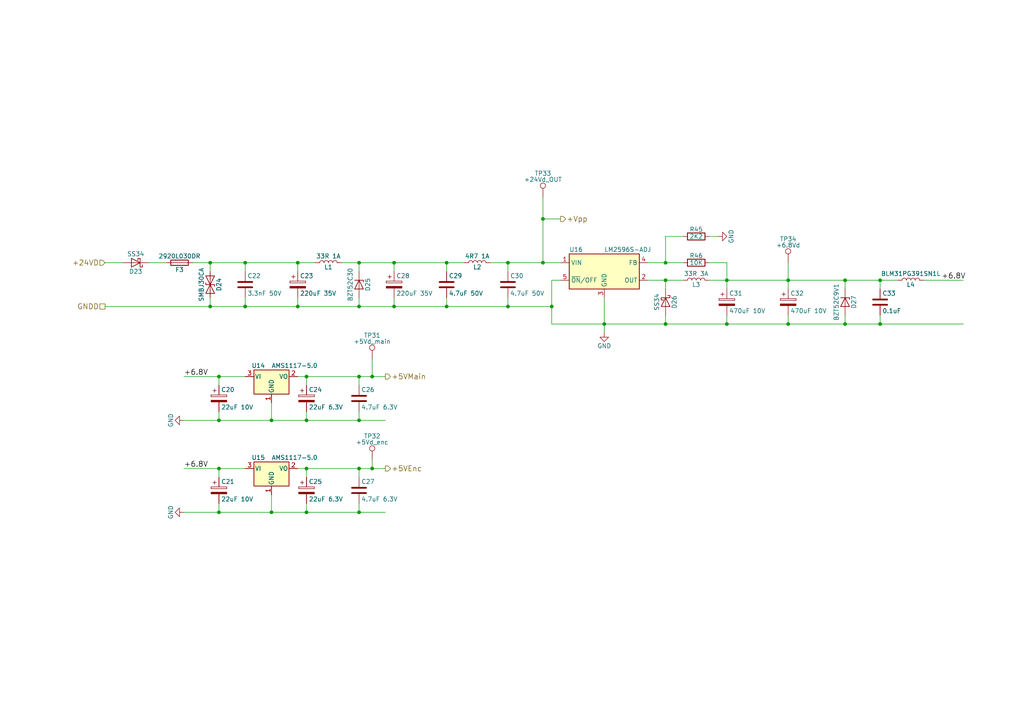
<source format=kicad_sch>
(kicad_sch (version 20211123) (generator eeschema)
  (paper "A4")
  (lib_symbols
    (symbol "4hbd-base-rescue:1N5822" (pin_numbers hide) (pin_names (offset 1.016) hide)
      (property "Reference" "D" (at 0 2.54 0))
      (property "Value" "1N5822" (at 0 -2.54 0))
      (symbol "1N5822_0_1"
        (polyline (pts (xy 1.27 0) (xy -1.27 0)))
        (polyline (pts (xy 1.27 1.27) (xy 1.27 -1.27) (xy -1.27 0) (xy 1.27 1.27)) (stroke (width 0.2032)))
        (polyline (pts (xy -1.905 0.635) (xy -1.905 1.27) (xy -1.27 1.27) (xy -1.27 -1.27) (xy -0.635 -1.27) (xy -0.635 -0.635)) (stroke (width 0.2032)))
      )
      (symbol "1N5822_1_1"
        (pin passive line (at -3.81 0 0) (length 2.54) (name "K") (number "1"))
        (pin passive line (at 3.81 0 180) (length 2.54) (name "A") (number "2"))
      )
    )
    (symbol "4hbd-base-rescue:AP1117-15" (pin_names (offset 0.254))
      (property "Reference" "U" (at -3.81 3.175 0))
      (property "Value" "AP1117-15" (at 0 3.175 0))
      (symbol "AP1117-15_0_1"
        (rectangle (start -5.08 -5.08) (end 5.08 1.905) (stroke (width 0.254)) (fill (type background)))
      )
      (symbol "AP1117-15_1_1"
        (pin power_in line (at 0 -7.62 90) (length 2.54) (name "GND") (number "1"))
        (pin passive line (at 7.62 0 180) (length 2.54) (name "VO") (number "2"))
        (pin power_in line (at -7.62 0 0) (length 2.54) (name "VI") (number "3"))
      )
    )
    (symbol "4hbd-base-rescue:C" (pin_numbers hide) (pin_names (offset 0.254))
      (property "Reference" "C" (at 0.635 2.54 0))
      (property "Value" "C" (at 0.635 -2.54 0))
      (symbol "C_0_1"
        (polyline (pts (xy -2.032 -0.762) (xy 2.032 -0.762)) (stroke (width 0.508)))
        (polyline (pts (xy -2.032 0.762) (xy 2.032 0.762)) (stroke (width 0.508)))
      )
      (symbol "C_1_1"
        (pin passive line (at 0 3.81 270) (length 2.794) (name "~") (number "1"))
        (pin passive line (at 0 -3.81 90) (length 2.794) (name "~") (number "2"))
      )
    )
    (symbol "4hbd-base-rescue:CP" (pin_numbers hide) (pin_names (offset 0.254))
      (property "Reference" "C" (at 0.635 2.54 0))
      (property "Value" "CP" (at 0.635 -2.54 0))
      (symbol "CP_0_1"
        (rectangle (start -2.286 0.508) (end -2.286 1.016))
        (rectangle (start -2.286 0.508) (end 2.286 0.508))
        (polyline (pts (xy -1.778 2.286) (xy -0.762 2.286)))
        (polyline (pts (xy -1.27 2.794) (xy -1.27 1.778)))
        (rectangle (start 2.286 -0.508) (end -2.286 -1.016) (fill (type outline)))
        (rectangle (start 2.286 1.016) (end -2.286 1.016))
        (rectangle (start 2.286 1.016) (end 2.286 0.508))
      )
      (symbol "CP_1_1"
        (pin passive line (at 0 3.81 270) (length 2.794) (name "~") (number "1"))
        (pin passive line (at 0 -3.81 90) (length 2.794) (name "~") (number "2"))
      )
    )
    (symbol "4hbd-base-rescue:D_TVS" (pin_numbers hide) (pin_names (offset 1.016) hide)
      (property "Reference" "D" (at 0 2.54 0))
      (property "Value" "D_TVS" (at 0 -2.54 0))
      (symbol "D_TVS_0_1"
        (polyline (pts (xy 1.27 0) (xy -1.27 0)))
        (polyline (pts (xy -2.54 -1.27) (xy 0 0) (xy -2.54 1.27) (xy -2.54 -1.27)) (stroke (width 0.2032)))
        (polyline (pts (xy 0.508 1.27) (xy 0 1.27) (xy 0 -1.27) (xy -0.508 -1.27)) (stroke (width 0.2032)))
        (polyline (pts (xy 2.54 1.27) (xy 2.54 -1.27) (xy 0 0) (xy 2.54 1.27)) (stroke (width 0.2032)))
      )
      (symbol "D_TVS_1_1"
        (pin passive line (at -3.81 0 0) (length 2.54) (name "A1") (number "1"))
        (pin passive line (at 3.81 0 180) (length 2.54) (name "A2") (number "2"))
      )
    )
    (symbol "4hbd-base-rescue:D_Zener" (pin_numbers hide) (pin_names (offset 1.016) hide)
      (property "Reference" "D" (at 0 2.54 0))
      (property "Value" "D_Zener" (at 0 -2.54 0))
      (symbol "D_Zener_0_1"
        (polyline (pts (xy 1.27 0) (xy -1.27 0)))
        (polyline (pts (xy -1.27 -1.27) (xy -1.27 1.27) (xy -0.762 1.27)) (stroke (width 0.2032)))
        (polyline (pts (xy 1.27 -1.27) (xy 1.27 1.27) (xy -1.27 0) (xy 1.27 -1.27)) (stroke (width 0.2032)))
      )
      (symbol "D_Zener_1_1"
        (pin passive line (at -3.81 0 0) (length 2.54) (name "K") (number "1"))
        (pin passive line (at 3.81 0 180) (length 2.54) (name "A") (number "2"))
      )
    )
    (symbol "4hbd-base-rescue:Fuse" (pin_numbers hide) (pin_names (offset 0))
      (property "Reference" "F" (at 2.032 0 90))
      (property "Value" "Fuse" (at -1.905 0 90))
      (symbol "Fuse_0_1"
        (rectangle (start -0.762 -2.54) (end 0.762 2.54) (stroke (width 0.254)))
        (polyline (pts (xy 0 2.54) (xy 0 -2.54)))
      )
      (symbol "Fuse_1_1"
        (pin passive line (at 0 3.81 270) (length 1.27) (name "~") (number "1"))
        (pin passive line (at 0 -3.81 90) (length 1.27) (name "~") (number "2"))
      )
    )
    (symbol "4hbd-base-rescue:GND" (power) (pin_names (offset 0))
      (property "Value" "GND" (at 0 -3.81 0))
      (symbol "GND_0_1"
        (polyline (pts (xy 0 0) (xy 0 -1.27) (xy 1.27 -1.27) (xy 0 -2.54) (xy -1.27 -1.27) (xy 0 -1.27)))
      )
      (symbol "GND_1_1"
        (pin power_in line (at 0 0 270) (length 0) hide (name "GND") (number "1"))
      )
    )
    (symbol "4hbd-base-rescue:L" (pin_numbers hide) (pin_names (offset 1.016) hide)
      (property "Reference" "L" (at -1.27 0 90))
      (property "Value" "L" (at 1.905 0 90))
      (symbol "L_0_1"
        (arc (start 0 -2.54) (mid 0.635 -1.905) (end 0 -1.27))
        (arc (start 0 -1.27) (mid 0.635 -0.635) (end 0 0))
        (arc (start 0 0) (mid 0.635 0.635) (end 0 1.27))
        (arc (start 0 1.27) (mid 0.635 1.905) (end 0 2.54))
      )
      (symbol "L_1_1"
        (pin passive line (at 0 3.81 270) (length 1.27) (name "1") (number "1"))
        (pin passive line (at 0 -3.81 90) (length 1.27) (name "2") (number "2"))
      )
    )
    (symbol "4hbd-base-rescue:LM2596S-ADJ"
      (property "Reference" "U" (at -10.16 6.35 0))
      (property "Value" "LM2596S-ADJ" (at 0 6.35 0))
      (symbol "LM2596S-ADJ_0_1"
        (rectangle (start -10.16 5.08) (end 10.16 -5.08) (stroke (width 0.254)) (fill (type background)))
      )
      (symbol "LM2596S-ADJ_1_1"
        (pin power_in line (at -12.7 2.54 0) (length 2.54) (name "VIN") (number "1"))
        (pin output line (at 12.7 -2.54 180) (length 2.54) (name "OUT") (number "2"))
        (pin power_in line (at 0 -7.62 90) (length 2.54) (name "GND") (number "3"))
        (pin input line (at 12.7 2.54 180) (length 2.54) (name "FB") (number "4"))
        (pin input line (at -12.7 -2.54 0) (length 2.54) (name "~{ON}/OFF") (number "5"))
      )
    )
    (symbol "4hbd-base-rescue:R" (pin_numbers hide) (pin_names (offset 0))
      (property "Reference" "R" (at 2.032 0 90))
      (property "Value" "R" (at 0 0 90))
      (symbol "R_0_1"
        (rectangle (start -1.016 -2.54) (end 1.016 2.54) (stroke (width 0.254)))
      )
      (symbol "R_1_1"
        (pin passive line (at 0 3.81 270) (length 1.27) (name "~") (number "1"))
        (pin passive line (at 0 -3.81 90) (length 1.27) (name "~") (number "2"))
      )
    )
    (symbol "4hbd-base-rescue:Test_Point" (pin_numbers hide) (pin_names (offset 0.762) hide)
      (property "Reference" "TP" (at 0 6.858 0))
      (property "Value" "Test_Point" (at 0 5.08 0))
      (symbol "Test_Point_0_1"
        (circle (center 0 3.302) (radius 0.762))
      )
      (symbol "Test_Point_1_1"
        (pin passive line (at 0 0 90) (length 2.54) (name "1") (number "1"))
      )
    )
  )
  (junction (at 107.95 109.22))
  (junction (at 210.82 81.28))
  (junction (at 71.12 88.9))
  (junction (at 104.14 148.59))
  (junction (at 63.5 121.92))
  (junction (at 157.48 63.5))
  (junction (at 63.5 135.89))
  (junction (at 147.32 88.9))
  (junction (at 78.74 121.92))
  (junction (at 193.04 76.2))
  (junction (at 86.36 88.9))
  (junction (at 114.3 76.2))
  (junction (at 104.14 76.2))
  (junction (at 157.48 76.2))
  (junction (at 160.02 88.9))
  (junction (at 228.6 93.98))
  (junction (at 193.04 81.28))
  (junction (at 193.04 93.98))
  (junction (at 255.27 93.98))
  (junction (at 107.95 135.89))
  (junction (at 104.14 88.9))
  (junction (at 175.26 93.98))
  (junction (at 88.9 121.92))
  (junction (at 104.14 109.22))
  (junction (at 147.32 76.2))
  (junction (at 255.27 81.28))
  (junction (at 210.82 93.98))
  (junction (at 114.3 88.9))
  (junction (at 228.6 81.28))
  (junction (at 88.9 109.22))
  (junction (at 88.9 148.59))
  (junction (at 129.54 76.2))
  (junction (at 104.14 121.92))
  (junction (at 86.36 76.2))
  (junction (at 71.12 76.2))
  (junction (at 104.14 135.89))
  (junction (at 78.74 148.59))
  (junction (at 88.9 135.89))
  (junction (at 63.5 109.22))
  (junction (at 63.5 148.59))
  (junction (at 245.11 81.28))
  (junction (at 245.11 93.98))
  (junction (at 60.96 76.2))
  (junction (at 60.96 88.9))
  (junction (at 129.54 88.9))
  (wire (pts (xy 78.74 121.92) (xy 78.74 116.84)))
  (wire (pts (xy 255.27 81.28) (xy 255.27 83.82)))
  (wire (pts (xy 160.02 88.9) (xy 160.02 93.98)))
  (wire (pts (xy 107.95 135.89) (xy 111.76 135.89)))
  (wire (pts (xy 175.26 93.98) (xy 193.04 93.98)))
  (wire (pts (xy 157.48 63.5) (xy 157.48 76.2)))
  (wire (pts (xy 210.82 93.98) (xy 228.6 93.98)))
  (wire (pts (xy 88.9 135.89) (xy 88.9 138.43)))
  (wire (pts (xy 147.32 88.9) (xy 147.32 86.36)))
  (wire (pts (xy 63.5 119.38) (xy 63.5 121.92)))
  (wire (pts (xy 71.12 86.36) (xy 71.12 88.9)))
  (wire (pts (xy 114.3 76.2) (xy 129.54 76.2)))
  (wire (pts (xy 157.48 76.2) (xy 162.56 76.2)))
  (wire (pts (xy 107.95 109.22) (xy 111.76 109.22)))
  (wire (pts (xy 53.34 135.89) (xy 63.5 135.89)))
  (wire (pts (xy 88.9 148.59) (xy 104.14 148.59)))
  (wire (pts (xy 175.26 86.36) (xy 175.26 93.98)))
  (wire (pts (xy 193.04 93.98) (xy 193.04 91.44)))
  (wire (pts (xy 157.48 57.15) (xy 157.48 63.5)))
  (wire (pts (xy 205.74 76.2) (xy 210.82 76.2)))
  (wire (pts (xy 78.74 121.92) (xy 88.9 121.92)))
  (wire (pts (xy 104.14 138.43) (xy 104.14 135.89)))
  (wire (pts (xy 157.48 63.5) (xy 162.56 63.5)))
  (wire (pts (xy 60.96 78.74) (xy 60.96 76.2)))
  (wire (pts (xy 71.12 88.9) (xy 86.36 88.9)))
  (wire (pts (xy 63.5 146.05) (xy 63.5 148.59)))
  (wire (pts (xy 114.3 88.9) (xy 129.54 88.9)))
  (wire (pts (xy 245.11 93.98) (xy 245.11 91.44)))
  (wire (pts (xy 88.9 119.38) (xy 88.9 121.92)))
  (wire (pts (xy 88.9 135.89) (xy 104.14 135.89)))
  (wire (pts (xy 88.9 109.22) (xy 104.14 109.22)))
  (wire (pts (xy 88.9 109.22) (xy 88.9 111.76)))
  (wire (pts (xy 104.14 121.92) (xy 111.76 121.92)))
  (wire (pts (xy 147.32 88.9) (xy 160.02 88.9)))
  (wire (pts (xy 210.82 93.98) (xy 210.82 91.44)))
  (wire (pts (xy 78.74 148.59) (xy 88.9 148.59)))
  (wire (pts (xy 86.36 88.9) (xy 104.14 88.9)))
  (wire (pts (xy 63.5 135.89) (xy 63.5 138.43)))
  (wire (pts (xy 71.12 78.74) (xy 71.12 76.2)))
  (wire (pts (xy 245.11 81.28) (xy 255.27 81.28)))
  (wire (pts (xy 104.14 88.9) (xy 104.14 86.36)))
  (wire (pts (xy 129.54 76.2) (xy 134.62 76.2)))
  (wire (pts (xy 63.5 109.22) (xy 63.5 111.76)))
  (wire (pts (xy 71.12 76.2) (xy 86.36 76.2)))
  (wire (pts (xy 193.04 93.98) (xy 210.82 93.98)))
  (wire (pts (xy 107.95 104.14) (xy 107.95 109.22)))
  (wire (pts (xy 60.96 88.9) (xy 71.12 88.9)))
  (wire (pts (xy 104.14 148.59) (xy 111.76 148.59)))
  (wire (pts (xy 114.3 88.9) (xy 114.3 86.36)))
  (wire (pts (xy 104.14 146.05) (xy 104.14 148.59)))
  (wire (pts (xy 104.14 109.22) (xy 107.95 109.22)))
  (wire (pts (xy 193.04 68.58) (xy 198.12 68.58)))
  (wire (pts (xy 86.36 76.2) (xy 91.44 76.2)))
  (wire (pts (xy 78.74 148.59) (xy 78.74 143.51)))
  (wire (pts (xy 245.11 81.28) (xy 245.11 83.82)))
  (wire (pts (xy 255.27 93.98) (xy 255.27 91.44)))
  (wire (pts (xy 86.36 78.74) (xy 86.36 76.2)))
  (wire (pts (xy 228.6 93.98) (xy 245.11 93.98)))
  (wire (pts (xy 160.02 81.28) (xy 162.56 81.28)))
  (wire (pts (xy 129.54 76.2) (xy 129.54 78.74)))
  (wire (pts (xy 193.04 76.2) (xy 193.04 68.58)))
  (wire (pts (xy 60.96 88.9) (xy 60.96 86.36)))
  (wire (pts (xy 210.82 76.2) (xy 210.82 81.28)))
  (wire (pts (xy 104.14 88.9) (xy 114.3 88.9)))
  (wire (pts (xy 30.48 88.9) (xy 60.96 88.9)))
  (wire (pts (xy 86.36 109.22) (xy 88.9 109.22)))
  (wire (pts (xy 175.26 93.98) (xy 175.26 96.52)))
  (wire (pts (xy 86.36 86.36) (xy 86.36 88.9)))
  (wire (pts (xy 88.9 146.05) (xy 88.9 148.59)))
  (wire (pts (xy 99.06 76.2) (xy 104.14 76.2)))
  (wire (pts (xy 160.02 81.28) (xy 160.02 88.9)))
  (wire (pts (xy 104.14 78.74) (xy 104.14 76.2)))
  (wire (pts (xy 228.6 76.2) (xy 228.6 81.28)))
  (wire (pts (xy 147.32 76.2) (xy 157.48 76.2)))
  (wire (pts (xy 53.34 148.59) (xy 63.5 148.59)))
  (wire (pts (xy 210.82 81.28) (xy 210.82 83.82)))
  (wire (pts (xy 60.96 76.2) (xy 71.12 76.2)))
  (wire (pts (xy 255.27 93.98) (xy 279.4 93.98)))
  (wire (pts (xy 43.18 76.2) (xy 48.26 76.2)))
  (wire (pts (xy 160.02 93.98) (xy 175.26 93.98)))
  (wire (pts (xy 205.74 68.58) (xy 208.28 68.58)))
  (wire (pts (xy 210.82 81.28) (xy 228.6 81.28)))
  (wire (pts (xy 193.04 81.28) (xy 193.04 83.82)))
  (wire (pts (xy 228.6 81.28) (xy 245.11 81.28)))
  (wire (pts (xy 53.34 121.92) (xy 63.5 121.92)))
  (wire (pts (xy 228.6 81.28) (xy 228.6 83.82)))
  (wire (pts (xy 107.95 133.35) (xy 107.95 135.89)))
  (wire (pts (xy 88.9 121.92) (xy 104.14 121.92)))
  (wire (pts (xy 104.14 111.76) (xy 104.14 109.22)))
  (wire (pts (xy 228.6 93.98) (xy 228.6 91.44)))
  (wire (pts (xy 129.54 88.9) (xy 147.32 88.9)))
  (wire (pts (xy 142.24 76.2) (xy 147.32 76.2)))
  (wire (pts (xy 63.5 135.89) (xy 71.12 135.89)))
  (wire (pts (xy 55.88 76.2) (xy 60.96 76.2)))
  (wire (pts (xy 193.04 81.28) (xy 198.12 81.28)))
  (wire (pts (xy 30.48 76.2) (xy 35.56 76.2)))
  (wire (pts (xy 187.96 81.28) (xy 193.04 81.28)))
  (wire (pts (xy 53.34 109.22) (xy 63.5 109.22)))
  (wire (pts (xy 63.5 109.22) (xy 71.12 109.22)))
  (wire (pts (xy 187.96 76.2) (xy 193.04 76.2)))
  (wire (pts (xy 114.3 76.2) (xy 114.3 78.74)))
  (wire (pts (xy 245.11 93.98) (xy 255.27 93.98)))
  (wire (pts (xy 205.74 81.28) (xy 210.82 81.28)))
  (wire (pts (xy 255.27 81.28) (xy 260.35 81.28)))
  (wire (pts (xy 104.14 76.2) (xy 114.3 76.2)))
  (wire (pts (xy 104.14 119.38) (xy 104.14 121.92)))
  (wire (pts (xy 63.5 121.92) (xy 78.74 121.92)))
  (wire (pts (xy 129.54 88.9) (xy 129.54 86.36)))
  (wire (pts (xy 86.36 135.89) (xy 88.9 135.89)))
  (wire (pts (xy 193.04 76.2) (xy 198.12 76.2)))
  (wire (pts (xy 104.14 135.89) (xy 107.95 135.89)))
  (wire (pts (xy 63.5 148.59) (xy 78.74 148.59)))
  (wire (pts (xy 267.97 81.28) (xy 279.4 81.28)))
  (wire (pts (xy 147.32 76.2) (xy 147.32 78.74)))
  (label "+6.8V" (at 53.34 135.89 0) (effects (font (size 1.524 1.524))))
  (label "+6.8V" (at 273.05 81.28 0) (effects (font (size 1.524 1.524))))
  (label "+6.8V" (at 53.34 109.22 0) (effects (font (size 1.524 1.524))))
  (hierarchical_label "+24VD" (shape input) (at 30.48 76.2 180) (effects (font (size 1.524 1.524))))
  (hierarchical_label "+5VEnc" (shape output) (at 111.76 135.89 0) (effects (font (size 1.524 1.524))))
  (hierarchical_label "+Vpp" (shape output) (at 162.56 63.5 0) (effects (font (size 1.524 1.524))))
  (hierarchical_label "GNDD" (shape passive) (at 30.48 88.9 180) (effects (font (size 1.524 1.524))))
  (hierarchical_label "+5VMain" (shape output) (at 111.76 109.22 0) (effects (font (size 1.524 1.524))))
  (symbol (lib_id "4hbd-base-rescue:1N5822") (at 39.37 76.2 180) (unit 1)
    (property "Reference" "D23" (at 39.37 78.74 0))
    (property "Value" "SS34" (at 39.37 73.66 0))
    (property "Footprint" "Diode_SMD:D_SMA" (effects hide))
  )
  (symbol (lib_id "4hbd-base-rescue:Fuse") (at 52.07 76.2 270) (unit 1)
    (property "Reference" "F3" (at 52.07 78.232 90))
    (property "Value" "2920L030DR" (at 52.07 74.295 90))
    (property "Footprint" "Fuse:Fuse_2920_7451Metric" (effects hide))
  )
  (symbol (lib_id "4hbd-base-rescue:D_TVS") (at 60.96 82.55 270) (unit 1)
    (property "Reference" "D24" (at 63.5 82.55 0))
    (property "Value" "SMBJ30CA" (at 58.42 82.55 0))
    (property "Footprint" "Diode_SMD:D_SMB" (effects hide))
  )
  (symbol (lib_id "4hbd-base-rescue:C") (at 71.12 82.55 0) (unit 1)
    (property "Reference" "C22" (at 71.755 80.01 0) (effects (justify left)))
    (property "Value" "3.3nF 50V" (at 71.755 85.09 0) (effects (justify left)))
    (property "Footprint" "Capacitor_SMD:C_0603_1608Metric" (effects hide))
  )
  (symbol (lib_id "4hbd-base-rescue:CP") (at 86.36 82.55 0) (unit 1)
    (property "Reference" "C23" (at 86.995 80.01 0) (effects (justify left)))
    (property "Value" "220uF 35V" (at 86.995 85.09 0) (effects (justify left)))
    (property "Footprint" "Capacitor_SMD:CP_Elec_8x10" (effects hide))
  )
  (symbol (lib_id "4hbd-base-rescue:L") (at 95.25 76.2 90) (unit 1)
    (property "Reference" "L1" (at 95.25 77.47 90))
    (property "Value" "33R 1A" (at 95.25 74.295 90))
    (property "Footprint" "Inductor_SMD:L_7.3x7.3_H3.5" (effects hide))
  )
  (symbol (lib_id "4hbd-base-rescue:D_Zener") (at 104.14 82.55 270) (unit 1)
    (property "Reference" "D25" (at 106.68 82.55 0))
    (property "Value" "BZT52C30" (at 101.6 82.55 0))
    (property "Footprint" "Diode_SMD:D_SOD-123" (effects hide))
  )
  (symbol (lib_id "4hbd-base-rescue:CP") (at 114.3 82.55 0) (unit 1)
    (property "Reference" "C28" (at 114.935 80.01 0) (effects (justify left)))
    (property "Value" "220uF 35V" (at 114.935 85.09 0) (effects (justify left)))
    (property "Footprint" "Capacitor_SMD:CP_Elec_8x10" (effects hide))
  )
  (symbol (lib_id "4hbd-base-rescue:C") (at 129.54 82.55 0) (unit 1)
    (property "Reference" "C29" (at 130.175 80.01 0) (effects (justify left)))
    (property "Value" "4.7uF 50V" (at 130.175 85.09 0) (effects (justify left)))
    (property "Footprint" "Capacitor_SMD:C_1210_3225Metric" (effects hide))
  )
  (symbol (lib_id "4hbd-base-rescue:L") (at 138.43 76.2 90) (unit 1)
    (property "Reference" "L2" (at 138.43 77.47 90))
    (property "Value" "4R7 1A" (at 138.43 74.295 90))
    (property "Footprint" "Inductor_SMD:L_Taiyo-Yuden_MD-3030" (effects hide))
  )
  (symbol (lib_id "4hbd-base-rescue:C") (at 147.32 82.55 0) (unit 1)
    (property "Reference" "C30" (at 147.955 80.01 0) (effects (justify left)))
    (property "Value" "4.7uF 50V" (at 147.955 85.09 0) (effects (justify left)))
    (property "Footprint" "Capacitor_SMD:C_1210_3225Metric" (effects hide))
  )
  (symbol (lib_id "4hbd-base-rescue:LM2596S-ADJ") (at 175.26 78.74 0) (unit 1)
    (property "Reference" "U16" (at 165.1 72.39 0) (effects (justify left)))
    (property "Value" "LM2596S-ADJ" (at 175.26 72.39 0) (effects (justify left)))
    (property "Footprint" "Package_TO_SOT_SMD:TO-263-5_TabPin3" (effects hide))
  )
  (symbol (lib_id "4hbd-base-rescue:1N5822") (at 193.04 87.63 270) (unit 1)
    (property "Reference" "D26" (at 195.58 87.63 0))
    (property "Value" "SS34" (at 190.5 87.63 0))
    (property "Footprint" "Diode_SMD:D_SMA" (effects hide))
  )
  (symbol (lib_id "4hbd-base-rescue:L") (at 201.93 81.28 90) (unit 1)
    (property "Reference" "L3" (at 201.93 82.55 90))
    (property "Value" "33R 3A" (at 201.93 79.375 90))
    (property "Footprint" "Inductor_SMD:L_12x12mm_h8mm" (effects hide))
  )
  (symbol (lib_id "4hbd-base-rescue:R") (at 201.93 76.2 90) (unit 1)
    (property "Reference" "R46" (at 201.93 74.168 90))
    (property "Value" "10K" (at 201.93 76.2 90))
    (property "Footprint" "Resistor_SMD:R_0603_1608Metric" (effects hide))
  )
  (symbol (lib_id "4hbd-base-rescue:R") (at 201.93 68.58 90) (unit 1)
    (property "Reference" "R45" (at 201.93 66.548 90))
    (property "Value" "2K2" (at 201.93 68.58 90))
    (property "Footprint" "Resistor_SMD:R_0603_1608Metric" (effects hide))
  )
  (symbol (lib_id "4hbd-base-rescue:GND") (at 175.26 96.52 0) (unit 1)
    (property "Reference" "#PWR036" (effects hide))
    (property "Value" "GND" (at 175.26 100.33 0))
  )
  (symbol (lib_id "4hbd-base-rescue:GND") (at 208.28 68.58 90) (unit 1)
    (property "Reference" "#PWR037" (effects hide))
    (property "Value" "GND" (at 212.09 68.58 0))
  )
  (symbol (lib_id "4hbd-base-rescue:CP") (at 210.82 87.63 0) (unit 1)
    (property "Reference" "C31" (at 211.455 85.09 0) (effects (justify left)))
    (property "Value" "470uF 10V" (at 211.455 90.17 0) (effects (justify left)))
    (property "Footprint" "Capacitor_SMD:CP_Elec_8x10" (effects hide))
  )
  (symbol (lib_id "4hbd-base-rescue:D_Zener") (at 245.11 87.63 270) (unit 1)
    (property "Reference" "D27" (at 247.65 87.63 0))
    (property "Value" "BZT52C9V1" (at 242.57 87.63 0))
    (property "Footprint" "Diode_SMD:D_SOD-123" (effects hide))
  )
  (symbol (lib_id "4hbd-base-rescue:C") (at 255.27 87.63 0) (unit 1)
    (property "Reference" "C33" (at 255.905 85.09 0) (effects (justify left)))
    (property "Value" "0.1uF" (at 255.905 90.17 0) (effects (justify left)))
    (property "Footprint" "Capacitor_SMD:C_0603_1608Metric" (effects hide))
  )
  (symbol (lib_id "4hbd-base-rescue:L") (at 264.16 81.28 90) (unit 1)
    (property "Reference" "L4" (at 264.16 82.55 90))
    (property "Value" "BLM31PG391SN1L" (at 264.16 79.375 90))
    (property "Footprint" "Inductor_SMD:L_1206_3216Metric" (effects hide))
  )
  (symbol (lib_id "4hbd-base-rescue:CP") (at 63.5 115.57 0) (unit 1)
    (property "Reference" "C20" (at 64.135 113.03 0) (effects (justify left)))
    (property "Value" "22uF 10V" (at 64.135 118.11 0) (effects (justify left)))
    (property "Footprint" "Capacitor_Tantalum_SMD:CP_EIA-3216-18_Kemet-A" (effects hide))
  )
  (symbol (lib_id "4hbd-base-rescue:AP1117-15") (at 78.74 109.22 0) (unit 1)
    (property "Reference" "U14" (at 74.93 106.045 0))
    (property "Value" "AMS1117-5.0" (at 78.74 106.045 0) (effects (justify left)))
    (property "Footprint" "Package_TO_SOT_SMD:SOT-223" (effects hide))
  )
  (symbol (lib_id "4hbd-base-rescue:GND") (at 53.34 121.92 270) (unit 1)
    (property "Reference" "#PWR038" (effects hide))
    (property "Value" "GND" (at 49.53 121.92 0))
  )
  (symbol (lib_id "4hbd-base-rescue:CP") (at 88.9 115.57 0) (unit 1)
    (property "Reference" "C24" (at 89.535 113.03 0) (effects (justify left)))
    (property "Value" "22uF 6.3V" (at 89.535 118.11 0) (effects (justify left)))
    (property "Footprint" "Capacitor_Tantalum_SMD:CP_EIA-3216-18_Kemet-A" (effects hide))
  )
  (symbol (lib_id "4hbd-base-rescue:C") (at 104.14 115.57 0) (unit 1)
    (property "Reference" "C26" (at 104.775 113.03 0) (effects (justify left)))
    (property "Value" "4.7uF 6.3V" (at 104.775 118.11 0) (effects (justify left)))
    (property "Footprint" "Capacitor_SMD:C_0603_1608Metric" (effects hide))
  )
  (symbol (lib_id "4hbd-base-rescue:CP") (at 63.5 142.24 0) (unit 1)
    (property "Reference" "C21" (at 64.135 139.7 0) (effects (justify left)))
    (property "Value" "22uF 10V" (at 64.135 144.78 0) (effects (justify left)))
    (property "Footprint" "Capacitor_Tantalum_SMD:CP_EIA-3216-18_Kemet-A" (effects hide))
  )
  (symbol (lib_id "4hbd-base-rescue:AP1117-15") (at 78.74 135.89 0) (unit 1)
    (property "Reference" "U15" (at 74.93 132.715 0))
    (property "Value" "AMS1117-5.0" (at 78.74 132.715 0) (effects (justify left)))
    (property "Footprint" "Package_TO_SOT_SMD:SOT-223" (effects hide))
  )
  (symbol (lib_id "4hbd-base-rescue:GND") (at 53.34 148.59 270) (unit 1)
    (property "Reference" "#PWR039" (effects hide))
    (property "Value" "GND" (at 49.53 148.59 0))
  )
  (symbol (lib_id "4hbd-base-rescue:CP") (at 88.9 142.24 0) (unit 1)
    (property "Reference" "C25" (at 89.535 139.7 0) (effects (justify left)))
    (property "Value" "22uF 6.3V" (at 89.535 144.78 0) (effects (justify left)))
    (property "Footprint" "Capacitor_Tantalum_SMD:CP_EIA-3216-18_Kemet-A" (effects hide))
  )
  (symbol (lib_id "4hbd-base-rescue:C") (at 104.14 142.24 0) (unit 1)
    (property "Reference" "C27" (at 104.775 139.7 0) (effects (justify left)))
    (property "Value" "4.7uF 6.3V" (at 104.775 144.78 0) (effects (justify left)))
    (property "Footprint" "Capacitor_SMD:C_0603_1608Metric" (effects hide))
  )
  (symbol (lib_id "4hbd-base-rescue:CP") (at 228.6 87.63 0) (unit 1)
    (property "Reference" "C32" (at 229.235 85.09 0) (effects (justify left)))
    (property "Value" "470uF 10V" (at 229.235 90.17 0) (effects (justify left)))
    (property "Footprint" "Capacitor_SMD:CP_Elec_8x10" (effects hide))
  )
  (symbol (lib_id "4hbd-base-rescue:Test_Point") (at 228.6 76.2 0) (unit 1)
    (property "Reference" "TP34" (at 228.6 69.342 0))
    (property "Value" "+6.8Vd" (at 228.6 71.12 0))
    (property "Footprint" "TestPoint:TestPoint_Pad_D1.5mm" (effects hide))
  )
  (symbol (lib_id "4hbd-base-rescue:Test_Point") (at 107.95 104.14 0) (unit 1)
    (property "Reference" "TP31" (at 107.95 97.282 0))
    (property "Value" "+5Vd_main" (at 107.95 99.06 0))
    (property "Footprint" "TestPoint:TestPoint_Pad_D1.5mm" (effects hide))
  )
  (symbol (lib_id "4hbd-base-rescue:Test_Point") (at 107.95 133.35 0) (unit 1)
    (property "Reference" "TP32" (at 107.95 126.492 0))
    (property "Value" "+5Vd_enc" (at 107.95 128.27 0))
    (property "Footprint" "TestPoint:TestPoint_Pad_D1.5mm" (effects hide))
  )
  (symbol (lib_id "4hbd-base-rescue:Test_Point") (at 157.48 57.15 0) (unit 1)
    (property "Reference" "TP33" (at 157.48 50.292 0))
    (property "Value" "+24Vd_OUT" (at 157.48 52.07 0))
    (property "Footprint" "TestPoint:TestPoint_Pad_D1.5mm" (effects hide))
  )
)
</source>
